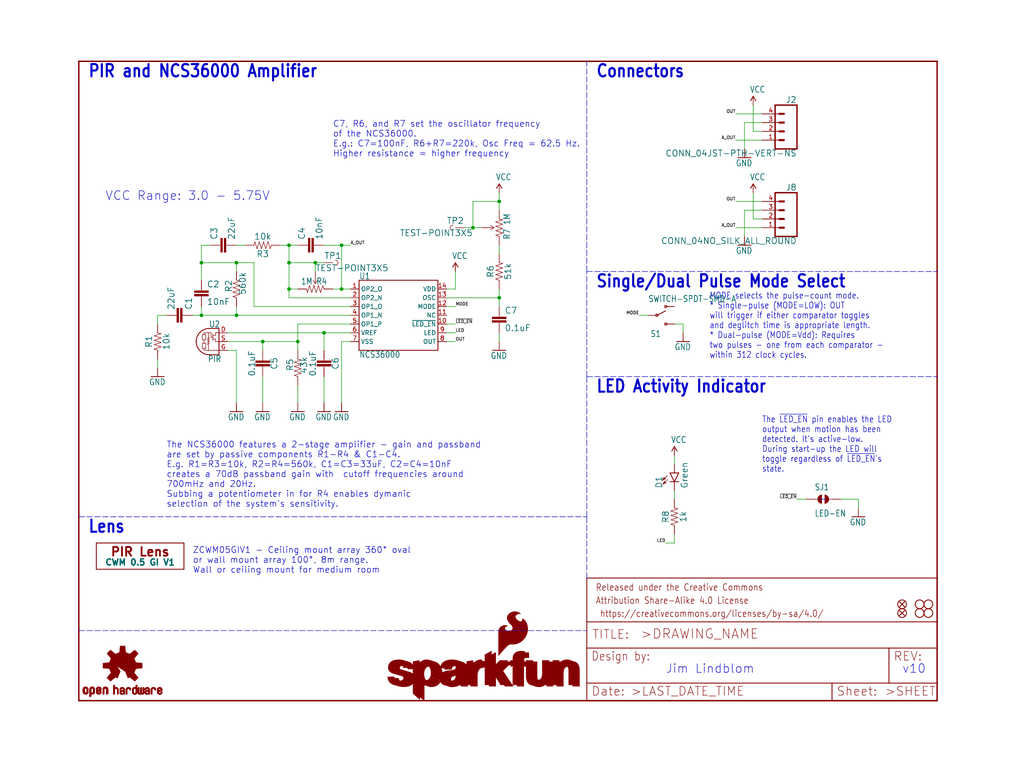
<source format=kicad_sch>
(kicad_sch (version 20211123) (generator eeschema)
  (paper "User" 297.002 224.815)
  (lib_symbols
    (symbol "eagleSchem-eagle-import:0.1UF-0603-25V-(+80{slash}-20%)"
      (property "Reference" "C" (at 1.524 2.921 0))
      (property "Value" "0.1UF-0603-25V-(+80{slash}-20%)" (at 1.524 -2.159 0))
      (symbol "0.1UF-0603-25V-(+80{slash}-20%)_1_0"
        (pin passive line (at 0 5.08 270) (length 2.54) (name "1") (number "1"))
        (pin passive line (at 0 -2.54 90) (length 2.54) (name "2") (number "2"))
      )
    )
    (symbol "eagleSchem-eagle-import:10KOHM-0603-1{slash}10W-1%"
      (property "Reference" "R" (at 0 1.524 0))
      (property "Value" "10KOHM-0603-1{slash}10W-1%" (at 0 -1.524 0))
      (symbol "10KOHM-0603-1{slash}10W-1%_1_0"
        (pin passive line (at -5.08 0 0) (length 2.54) (name "1") (number "1"))
        (pin passive line (at 5.08 0 180) (length 2.54) (name "2") (number "2"))
      )
    )
    (symbol "eagleSchem-eagle-import:10NF-0603-50V-10%"
      (property "Reference" "C" (at 1.524 2.921 0))
      (property "Value" "10NF-0603-50V-10%" (at 1.524 -2.159 0))
      (symbol "10NF-0603-50V-10%_1_0"
        (pin passive line (at 0 5.08 270) (length 2.54) (name "1") (number "1"))
        (pin passive line (at 0 -2.54 90) (length 2.54) (name "2") (number "2"))
      )
    )
    (symbol "eagleSchem-eagle-import:1KOHM-0603-1{slash}10W-1%"
      (property "Reference" "R" (at 0 1.524 0))
      (property "Value" "1KOHM-0603-1{slash}10W-1%" (at 0 -1.524 0))
      (symbol "1KOHM-0603-1{slash}10W-1%_1_0"
        (pin passive line (at -5.08 0 0) (length 2.54) (name "1") (number "1"))
        (pin passive line (at 5.08 0 180) (length 2.54) (name "2") (number "2"))
      )
    )
    (symbol "eagleSchem-eagle-import:22UF-0805-6.3V-20%"
      (property "Reference" "C" (at 1.524 2.921 0))
      (property "Value" "22UF-0805-6.3V-20%" (at 1.524 -2.159 0))
      (symbol "22UF-0805-6.3V-20%_1_0"
        (pin passive line (at 0 5.08 270) (length 2.54) (name "1") (number "1"))
        (pin passive line (at 0 -2.54 90) (length 2.54) (name "2") (number "2"))
      )
    )
    (symbol "eagleSchem-eagle-import:43KOHM-0603-1{slash}10W-1%"
      (property "Reference" "R" (at 0 1.524 0))
      (property "Value" "43KOHM-0603-1{slash}10W-1%" (at 0 -1.524 0))
      (symbol "43KOHM-0603-1{slash}10W-1%_1_0"
        (pin passive line (at -5.08 0 0) (length 2.54) (name "1") (number "1"))
        (pin passive line (at 5.08 0 180) (length 2.54) (name "2") (number "2"))
      )
    )
    (symbol "eagleSchem-eagle-import:51KOHM-0603-1{slash}10W-1%"
      (property "Reference" "R" (at 0 1.524 0))
      (property "Value" "51KOHM-0603-1{slash}10W-1%" (at 0 -1.524 0))
      (symbol "51KOHM-0603-1{slash}10W-1%_1_0"
        (pin passive line (at -5.08 0 0) (length 2.54) (name "1") (number "1"))
        (pin passive line (at 5.08 0 180) (length 2.54) (name "2") (number "2"))
      )
    )
    (symbol "eagleSchem-eagle-import:560KOHM-0603-1{slash}10W-5%"
      (property "Reference" "R" (at 0 1.524 0))
      (property "Value" "560KOHM-0603-1{slash}10W-5%" (at 0 -1.524 0))
      (symbol "560KOHM-0603-1{slash}10W-5%_1_0"
        (pin passive line (at -5.08 0 0) (length 2.54) (name "1") (number "1"))
        (pin passive line (at 5.08 0 180) (length 2.54) (name "2") (number "2"))
      )
    )
    (symbol "eagleSchem-eagle-import:CONN_04JST-PTH-VERT-NS"
      (property "Reference" "J" (at -5.08 8.128 0))
      (property "Value" "CONN_04JST-PTH-VERT-NS" (at -5.08 -7.366 0))
      (symbol "CONN_04JST-PTH-VERT-NS_1_0"
        (pin passive line (at 5.08 -2.54 180) (length 5.08) (name "1") (number "1"))
        (pin passive line (at 5.08 0 180) (length 5.08) (name "2") (number "2"))
        (pin passive line (at 5.08 2.54 180) (length 5.08) (name "3") (number "3"))
        (pin passive line (at 5.08 5.08 180) (length 5.08) (name "4") (number "4"))
      )
    )
    (symbol "eagleSchem-eagle-import:CONN_04NO_SILK_ALL_ROUND"
      (property "Reference" "J" (at -5.08 8.128 0))
      (property "Value" "CONN_04NO_SILK_ALL_ROUND" (at -5.08 -7.366 0))
      (symbol "CONN_04NO_SILK_ALL_ROUND_1_0"
        (pin passive line (at 5.08 -2.54 180) (length 5.08) (name "1") (number "1"))
        (pin passive line (at 5.08 0 180) (length 5.08) (name "2") (number "2"))
        (pin passive line (at 5.08 2.54 180) (length 5.08) (name "3") (number "3"))
        (pin passive line (at 5.08 5.08 180) (length 5.08) (name "4") (number "4"))
      )
    )
    (symbol "eagleSchem-eagle-import:FIDUCIALUFIDUCIAL")
    (symbol "eagleSchem-eagle-import:FRAME-LETTER"
      (symbol "FRAME-LETTER_2_0"
        (text " https://creativecommons.org/licenses/by-sa/4.0/" (at 2.54 24.13 0) (effects (font (size 1.9304 1.6408)) (justify left bottom)))
        (text ">DRAWING_NAME" (at 15.494 17.78 0) (effects (font (size 2.7432 2.7432)) (justify left bottom)))
        (text ">LAST_DATE_TIME" (at 12.7 1.27 0) (effects (font (size 2.54 2.54)) (justify left bottom)))
        (text ">SHEET" (at 86.36 1.27 0) (effects (font (size 2.54 2.54)) (justify left bottom)))
        (text "Attribution Share-Alike 4.0 License" (at 2.54 27.94 0) (effects (font (size 1.9304 1.6408)) (justify left bottom)))
        (text "Date:" (at 1.27 1.27 0) (effects (font (size 2.54 2.54)) (justify left bottom)))
        (text "Design by:" (at 1.27 11.43 0) (effects (font (size 2.54 2.159)) (justify left bottom)))
        (text "Released under the Creative Commons" (at 2.54 31.75 0) (effects (font (size 1.9304 1.6408)) (justify left bottom)))
        (text "REV:" (at 88.9 11.43 0) (effects (font (size 2.54 2.54)) (justify left bottom)))
        (text "Sheet:" (at 72.39 1.27 0) (effects (font (size 2.54 2.54)) (justify left bottom)))
        (text "TITLE:" (at 1.524 17.78 0) (effects (font (size 2.54 2.54)) (justify left bottom)))
      )
    )
    (symbol "eagleSchem-eagle-import:GND" (power)
      (property "Value" "GND" (at -2.54 -2.54 0))
      (symbol "GND_1_0"
        (pin power_in line (at 0 2.54 270) (length 2.54) (name "GND") (number "1"))
      )
    )
    (symbol "eagleSchem-eagle-import:LED-GREEN1206-BOTTOM"
      (property "Reference" "D" (at -3.429 -4.572 90))
      (property "Value" "LED-GREEN1206-BOTTOM" (at 1.905 -4.572 90))
      (symbol "LED-GREEN1206-BOTTOM_1_0"
        (pin passive line (at 0 2.54 270) (length 2.54) (name "A") (number "A"))
        (pin passive line (at 0 -5.08 90) (length 2.54) (name "C") (number "C"))
      )
    )
    (symbol "eagleSchem-eagle-import:NCS36000"
      (property "Reference" "U" (at -12.7 10.414 0))
      (property "Value" "NCS36000" (at -12.7 -10.414 0))
      (symbol "NCS36000_1_0"
        (pin bidirectional line (at -15.24 7.62 0) (length 2.54) (name "OP2_O") (number "1"))
        (pin bidirectional line (at 12.7 -2.54 180) (length 2.54) (name "~{LED_EN}") (number "10"))
        (pin bidirectional line (at 12.7 0 180) (length 2.54) (name "NC") (number "11"))
        (pin bidirectional line (at 12.7 2.54 180) (length 2.54) (name "MODE") (number "12"))
        (pin bidirectional line (at 12.7 5.08 180) (length 2.54) (name "OSC") (number "13"))
        (pin bidirectional line (at 12.7 7.62 180) (length 2.54) (name "VDD") (number "14"))
        (pin bidirectional line (at -15.24 5.08 0) (length 2.54) (name "OP2_N") (number "2"))
        (pin bidirectional line (at -15.24 2.54 0) (length 2.54) (name "OP1_O") (number "3"))
        (pin bidirectional line (at -15.24 0 0) (length 2.54) (name "OP1_N") (number "4"))
        (pin bidirectional line (at -15.24 -2.54 0) (length 2.54) (name "OP1_P") (number "5"))
        (pin bidirectional line (at -15.24 -5.08 0) (length 2.54) (name "VREF") (number "6"))
        (pin bidirectional line (at -15.24 -7.62 0) (length 2.54) (name "VSS") (number "7"))
        (pin bidirectional line (at 12.7 -7.62 180) (length 2.54) (name "OUT") (number "8"))
        (pin bidirectional line (at 12.7 -5.08 180) (length 2.54) (name "LED") (number "9"))
      )
    )
    (symbol "eagleSchem-eagle-import:OSHW-LOGOS")
    (symbol "eagleSchem-eagle-import:PIR"
      (property "Reference" "U" (at 3.81 4.064 0))
      (property "Value" "PIR" (at 3.81 -4.064 0))
      (symbol "PIR_1_0"
        (pin bidirectional line (at 7.62 2.54 180) (length 2.54) (name "D") (number "D"))
        (pin bidirectional line (at 7.62 -2.54 180) (length 2.54) (name "G") (number "G"))
        (pin bidirectional line (at 7.62 0 180) (length 2.54) (name "S") (number "S"))
      )
    )
    (symbol "eagleSchem-eagle-import:PIR-LENSCWM-0.5-GI-V1"
      (property "Value" "PIR-LENSCWM-0.5-GI-V1" (at 0 -3.048 0))
      (symbol "PIR-LENSCWM-0.5-GI-V1_1_0"
        (text "PIR Lens" (at 0 0 0) (effects (font (size 2.54 2.54) (thickness 0.508) bold)))
      )
    )
    (symbol "eagleSchem-eagle-import:SFE_LOGO_NAME.1_INCH")
    (symbol "eagleSchem-eagle-import:SFE_LOGO_NAME_FLAME.1_INCH")
    (symbol "eagleSchem-eagle-import:SOLDERJUMPERNC"
      (property "Reference" "SJ" (at -2.54 2.54 0))
      (property "Value" "SOLDERJUMPERNC" (at -2.54 -5.08 0))
      (symbol "SOLDERJUMPERNC_1_0"
        (pin passive line (at -5.08 0 0) (length 2.54) (name "1") (number "1"))
        (pin passive line (at 5.08 0 180) (length 2.54) (name "2") (number "2"))
      )
    )
    (symbol "eagleSchem-eagle-import:STAND-OFF")
    (symbol "eagleSchem-eagle-import:SWITCH-SPDT-SMD-A"
      (property "Reference" "S" (at -1.905 -6.35 0))
      (property "Value" "SWITCH-SPDT-SMD-A" (at -2.54 3.81 0))
      (symbol "SWITCH-SPDT-SMD-A_1_0"
        (pin passive line (at 5.08 2.54 180) (length 2.54) (name "O") (number "1"))
        (pin passive line (at -2.54 0 0) (length 2.54) (name "P") (number "2"))
        (pin passive line (at 5.08 -2.54 180) (length 2.54) (name "S") (number "3"))
      )
    )
    (symbol "eagleSchem-eagle-import:TEST-POINT3X5"
      (property "Reference" "TP" (at -2.54 2.54 0))
      (property "Value" "TEST-POINT3X5" (at -2.54 -2.54 0))
      (symbol "TEST-POINT3X5_1_0"
        (pin bidirectional line (at 0 0 180) (length 0) (name "1") (number "P$1"))
      )
    )
    (symbol "eagleSchem-eagle-import:TRIMPOTTX33X-1M"
      (property "Reference" "R" (at -11.43 1.4986 0))
      (property "Value" "TRIMPOTTX33X-1M" (at -3.81 -3.302 0))
      (symbol "TRIMPOTTX33X-1M_1_0"
        (pin passive line (at -5.08 0 0) (length 2.54) (name "CCW") (number "1"))
        (pin passive line (at 0 5.08 270) (length 2.54) (name "WIPER") (number "2"))
        (pin passive line (at 5.08 0 180) (length 2.54) (name "CW") (number "3"))
      )
    )
    (symbol "eagleSchem-eagle-import:VCC" (power)
      (property "Value" "VCC" (at -1.016 3.556 0))
      (symbol "VCC_1_0"
        (pin power_in line (at 0 0 90) (length 2.54) (name "VCC") (number "1"))
      )
    )
  )
  (junction (at 76.2 99.06))
  (junction (at 83.82 83.82))
  (junction (at 58.42 76.2))
  (junction (at 99.06 83.82))
  (junction (at 68.58 76.2))
  (junction (at 91.44 76.2))
  (junction (at 86.36 99.06))
  (junction (at 99.06 71.12))
  (junction (at 137.16 66.04))
  (junction (at 144.78 58.42))
  (junction (at 93.98 96.52))
  (junction (at 68.58 91.44))
  (junction (at 83.82 71.12))
  (junction (at 58.42 91.44))
  (junction (at 83.82 76.2))
  (junction (at 144.78 86.36))
  (wire (pts (xy 58.42 76.2) (xy 58.42 71.12)))
  (wire (pts (xy 93.98 76.2) (xy 91.44 76.2)))
  (wire (pts (xy 96.52 83.82) (xy 99.06 83.82)))
  (wire (pts (xy 93.98 96.52) (xy 101.6 96.52)))
  (wire (pts (xy 144.78 86.36) (xy 144.78 83.82)))
  (wire (pts (xy 233.68 144.78) (xy 231.14 144.78)))
  (wire (pts (xy 129.54 88.9) (xy 132.08 88.9)))
  (wire (pts (xy 129.54 83.82) (xy 132.08 83.82)))
  (wire (pts (xy 144.78 99.06) (xy 144.78 96.52)))
  (wire (pts (xy 218.44 63.5) (xy 218.44 55.88)))
  (wire (pts (xy 68.58 76.2) (xy 68.58 78.74)))
  (wire (pts (xy 129.54 93.98) (xy 132.08 93.98)))
  (wire (pts (xy 91.44 78.74) (xy 91.44 76.2)))
  (wire (pts (xy 220.98 60.96) (xy 215.9 60.96)))
  (wire (pts (xy 220.98 38.1) (xy 218.44 38.1)))
  (wire (pts (xy 76.2 116.84) (xy 76.2 109.22)))
  (wire (pts (xy 215.9 60.96) (xy 215.9 68.58)))
  (wire (pts (xy 86.36 83.82) (xy 83.82 83.82)))
  (wire (pts (xy 86.36 99.06) (xy 86.36 93.98)))
  (polyline (pts (xy 170.18 78.74) (xy 271.78 78.74)))
  (wire (pts (xy 73.66 88.9) (xy 101.6 88.9)))
  (wire (pts (xy 144.78 73.66) (xy 144.78 71.12)))
  (polyline (pts (xy 170.18 149.86) (xy 170.18 109.22)))
  (wire (pts (xy 132.08 83.82) (xy 132.08 78.74)))
  (wire (pts (xy 198.12 93.98) (xy 198.12 96.52)))
  (wire (pts (xy 144.78 88.9) (xy 144.78 86.36)))
  (wire (pts (xy 66.04 96.52) (xy 93.98 96.52)))
  (polyline (pts (xy 22.86 149.86) (xy 170.18 149.86)))
  (wire (pts (xy 215.9 35.56) (xy 215.9 43.18)))
  (wire (pts (xy 58.42 91.44) (xy 58.42 88.9)))
  (wire (pts (xy 195.58 142.24) (xy 195.58 144.78)))
  (wire (pts (xy 45.72 106.68) (xy 45.72 104.14)))
  (wire (pts (xy 86.36 116.84) (xy 86.36 111.76)))
  (wire (pts (xy 101.6 83.82) (xy 99.06 83.82)))
  (wire (pts (xy 76.2 99.06) (xy 76.2 101.6)))
  (wire (pts (xy 220.98 63.5) (xy 218.44 63.5)))
  (wire (pts (xy 243.84 144.78) (xy 248.92 144.78)))
  (wire (pts (xy 58.42 81.28) (xy 58.42 76.2)))
  (wire (pts (xy 248.92 144.78) (xy 248.92 147.32)))
  (wire (pts (xy 129.54 86.36) (xy 144.78 86.36)))
  (wire (pts (xy 66.04 101.6) (xy 68.58 101.6)))
  (wire (pts (xy 86.36 99.06) (xy 86.36 101.6)))
  (wire (pts (xy 73.66 76.2) (xy 73.66 88.9)))
  (wire (pts (xy 83.82 86.36) (xy 101.6 86.36)))
  (wire (pts (xy 195.58 154.94) (xy 195.58 157.48)))
  (wire (pts (xy 68.58 76.2) (xy 73.66 76.2)))
  (wire (pts (xy 45.72 91.44) (xy 45.72 93.98)))
  (wire (pts (xy 187.96 91.44) (xy 185.42 91.44)))
  (wire (pts (xy 93.98 71.12) (xy 99.06 71.12)))
  (polyline (pts (xy 170.18 109.22) (xy 170.18 78.74)))
  (wire (pts (xy 58.42 76.2) (xy 68.58 76.2)))
  (wire (pts (xy 83.82 76.2) (xy 83.82 71.12)))
  (wire (pts (xy 220.98 66.04) (xy 213.36 66.04)))
  (wire (pts (xy 68.58 101.6) (xy 68.58 116.84)))
  (wire (pts (xy 195.58 157.48) (xy 193.04 157.48)))
  (wire (pts (xy 99.06 71.12) (xy 99.06 83.82)))
  (wire (pts (xy 93.98 101.6) (xy 93.98 96.52)))
  (wire (pts (xy 58.42 91.44) (xy 68.58 91.44)))
  (polyline (pts (xy 170.18 167.64) (xy 170.18 149.86)))
  (wire (pts (xy 55.88 91.44) (xy 58.42 91.44)))
  (wire (pts (xy 99.06 71.12) (xy 101.6 71.12)))
  (wire (pts (xy 86.36 93.98) (xy 101.6 93.98)))
  (wire (pts (xy 137.16 58.42) (xy 144.78 58.42)))
  (wire (pts (xy 134.62 66.04) (xy 137.16 66.04)))
  (wire (pts (xy 83.82 76.2) (xy 83.82 83.82)))
  (wire (pts (xy 137.16 66.04) (xy 137.16 58.42)))
  (wire (pts (xy 76.2 99.06) (xy 86.36 99.06)))
  (wire (pts (xy 220.98 40.64) (xy 213.36 40.64)))
  (wire (pts (xy 218.44 38.1) (xy 218.44 30.48)))
  (wire (pts (xy 129.54 96.52) (xy 132.08 96.52)))
  (wire (pts (xy 129.54 99.06) (xy 132.08 99.06)))
  (wire (pts (xy 220.98 35.56) (xy 215.9 35.56)))
  (wire (pts (xy 195.58 134.62) (xy 195.58 132.08)))
  (wire (pts (xy 93.98 116.84) (xy 93.98 109.22)))
  (wire (pts (xy 68.58 91.44) (xy 68.58 88.9)))
  (wire (pts (xy 58.42 71.12) (xy 60.96 71.12)))
  (wire (pts (xy 48.26 91.44) (xy 45.72 91.44)))
  (wire (pts (xy 68.58 91.44) (xy 101.6 91.44)))
  (wire (pts (xy 220.98 58.42) (xy 213.36 58.42)))
  (wire (pts (xy 83.82 83.82) (xy 83.82 86.36)))
  (polyline (pts (xy 22.86 182.88) (xy 170.18 182.88)))
  (polyline (pts (xy 237.744 144.78) (xy 239.776 144.78)))
  (wire (pts (xy 144.78 60.96) (xy 144.78 58.42)))
  (wire (pts (xy 139.7 66.04) (xy 137.16 66.04)))
  (wire (pts (xy 195.58 93.98) (xy 198.12 93.98)))
  (wire (pts (xy 220.98 33.02) (xy 213.36 33.02)))
  (polyline (pts (xy 170.18 109.22) (xy 271.78 109.22)))
  (wire (pts (xy 99.06 99.06) (xy 99.06 116.84)))
  (wire (pts (xy 81.28 71.12) (xy 83.82 71.12)))
  (polyline (pts (xy 170.18 78.74) (xy 170.18 17.78)))
  (wire (pts (xy 71.12 71.12) (xy 68.58 71.12)))
  (wire (pts (xy 101.6 99.06) (xy 99.06 99.06)))
  (wire (pts (xy 144.78 58.42) (xy 144.78 55.88)))
  (wire (pts (xy 66.04 99.06) (xy 76.2 99.06)))
  (wire (pts (xy 83.82 71.12) (xy 86.36 71.12)))
  (wire (pts (xy 91.44 76.2) (xy 83.82 76.2)))
  (text "ZCWM05GIV1 - Ceiling mount array 360° oval\nor wall mount array 100°, 8m range.\nWall or ceiling mount for medium room" (at 55.88 162.56 0) (effects (font (size 1.778 1.778)) (justify left)))
  (text "VCC Range: 3.0 - 5.75V" (at 30.48 58.42 180) (effects (font (size 2.54 2.54)) (justify left bottom)))
  (text "C7, R6, and R7 set the oscillator frequency\nof the NCS36000.\nE.g.: C7=100nF, R6+R7=220k, Osc Freq = 62.5 Hz.\nHigher resistance = higher frequency" (at 96.52 45.72 0) (effects (font (size 1.778 1.778)) (justify left bottom)))
  (text "v10" (at 261.62 195.58 180) (effects (font (size 2.54 2.54)) (justify left bottom)))
  (text "The ~{LED_EN} pin enables the LED\noutput when motion has been\ndetected. It's active-low.\nDuring start-up the LED will\ntoggle regardless of ~{LED_EN}'s\nstate." (at 220.98 137.16 0) (effects (font (size 1.778 1.5113)) (justify left bottom)))
  (text "Single/Dual Pulse Mode Select" (at 172.72 83.82 180) (effects (font (size 3.556 3.0226) (thickness 0.6045) bold) (justify left bottom)))
  (text "Jim Lindblom" (at 193.04 195.58 180) (effects (font (size 2.54 2.54)) (justify left bottom)))
  (text "Connectors" (at 172.72 22.86 180) (effects (font (size 3.556 3.0226) (thickness 0.6045) bold) (justify left bottom)))
  (text "Lens" (at 25.4 154.94 180) (effects (font (size 3.556 3.0226) (thickness 0.6045) bold) (justify left bottom)))
  (text "MODE selects the pulse-count mode.\n* Single-pulse (MODE=LOW): OUT\nwill trigger if either comparator toggles\nand deglitch time is appropriate length.\n* Dual-pulse (MODE=Vdd): Requires\ntwo pulses - one from each comparator -\nwithin 312 clock cycles." (at 205.74 104.14 0) (effects (font (size 1.778 1.5113)) (justify left bottom)))
  (text "PIR and NCS36000 Amplifier" (at 25.4 22.86 180) (effects (font (size 3.556 3.0226) (thickness 0.6045) bold) (justify left bottom)))
  (text "The NCS36000 features a 2-stage amplifier - gain and passband\nare set by passive components R1-R4 & C1-C4.\nE.g. R1=R3=10k, R2=R4=560k, C1=C3=33uF, C2=C4=10nF\ncreates a 70dB passband gain with  cutoff frequencies around\n700mHz and 20Hz.\nSubbing a potentiometer in for R4 enables dymanic\nselection of the system's sensitivity." (at 48.26 147.32 0) (effects (font (size 1.778 1.778)) (justify left bottom)))
  (text "LED Activity Indicator" (at 172.72 114.3 180) (effects (font (size 3.556 3.0226) (thickness 0.6045) bold) (justify left bottom)))
  (label "A_OUT" (at 213.36 66.04 180) (effects (font (size 0.889 0.889))))
  (label "OUT" (at 213.36 33.02 180) (effects (font (size 0.889 0.889))))
  (label "~{LED_EN}" (at 231.14 144.78 180) (effects (font (size 0.889 0.889))))
  (label "OUT" (at 132.08 99.06 0) (effects (font (size 0.889 0.889))))
  (label "LED" (at 132.08 96.52 0) (effects (font (size 0.889 0.889))))
  (label "MODE" (at 185.42 91.44 180) (effects (font (size 0.889 0.889))))
  (label "MODE" (at 132.08 88.9 0) (effects (font (size 0.889 0.889))))
  (label "A_OUT" (at 101.6 71.12 0) (effects (font (size 0.889 0.889))))
  (label "A_OUT" (at 213.36 40.64 180) (effects (font (size 0.889 0.889))))
  (label "OUT" (at 213.36 58.42 180) (effects (font (size 0.889 0.889))))
  (label "~{LED_EN}" (at 132.08 93.98 0) (effects (font (size 0.889 0.889))))
  (label "LED" (at 193.04 157.48 180) (effects (font (size 0.889 0.889))))
  (symbol (lib_id "eagleSchem-eagle-import:10KOHM-0603-1{slash}10W-1%") (at 76.2 71.12 180) (unit 1)
    (property "Reference" "R3" (at 76.2 72.644 0) (effects (font (size 1.778 1.778)) (justify bottom)))
    (property "Value" "10k" (at 76.2 69.596 0) (effects (font (size 1.778 1.778)) (justify top)))
    (property "Footprint" "eagleSchem:0603" (effects hide))
  )
  (symbol (lib_id "eagleSchem-eagle-import:TRIMPOTTX33X-1M") (at 91.44 83.82 0) (mirror y) (unit 1)
    (property "Reference" "R4" (at 91.694 82.55 0) (effects (font (size 1.778 1.5113)) (justify right bottom)))
    (property "Value" "1M" (at 90.678 82.55 0) (effects (font (size 1.778 1.5113)) (justify left bottom)))
    (property "Footprint" "eagleSchem:TRIMPOT-TC33X" (effects hide))
  )
  (symbol (lib_id "eagleSchem-eagle-import:VCC") (at 218.44 55.88 0) (unit 1)
    (property "Reference" "#SUPPLY5" (effects hide))
    (property "Value" "VCC" (at 217.424 52.324 0) (effects (font (size 1.778 1.5113)) (justify left bottom)))
    (property "Footprint" "eagleSchem:" (effects hide))
  )
  (symbol (lib_id "eagleSchem-eagle-import:GND") (at 93.98 119.38 0) (unit 1)
    (property "Reference" "#GND6" (effects hide))
    (property "Value" "GND" (at 91.44 121.92 0) (effects (font (size 1.778 1.5113)) (justify left bottom)))
    (property "Footprint" "eagleSchem:" (effects hide))
  )
  (symbol (lib_id "eagleSchem-eagle-import:GND") (at 76.2 119.38 0) (unit 1)
    (property "Reference" "#GND3" (effects hide))
    (property "Value" "GND" (at 73.66 121.92 0) (effects (font (size 1.778 1.5113)) (justify left bottom)))
    (property "Footprint" "eagleSchem:" (effects hide))
  )
  (symbol (lib_id "eagleSchem-eagle-import:0.1UF-0603-25V-(+80{slash}-20%)") (at 144.78 93.98 0) (unit 1)
    (property "Reference" "C7" (at 146.304 91.059 0) (effects (font (size 1.778 1.778)) (justify left bottom)))
    (property "Value" "0.1uF" (at 146.304 96.139 0) (effects (font (size 1.778 1.778)) (justify left bottom)))
    (property "Footprint" "eagleSchem:0603" (effects hide))
  )
  (symbol (lib_id "eagleSchem-eagle-import:10KOHM-0603-1{slash}10W-1%") (at 45.72 99.06 90) (unit 1)
    (property "Reference" "R1" (at 44.196 99.06 0) (effects (font (size 1.778 1.778)) (justify bottom)))
    (property "Value" "10k" (at 47.244 99.06 0) (effects (font (size 1.778 1.778)) (justify top)))
    (property "Footprint" "eagleSchem:0603" (effects hide))
  )
  (symbol (lib_id "eagleSchem-eagle-import:43KOHM-0603-1{slash}10W-1%") (at 86.36 106.68 90) (unit 1)
    (property "Reference" "R5" (at 85.1154 107.696 0) (effects (font (size 1.778 1.778)) (justify left bottom)))
    (property "Value" "43k" (at 89.154 108.458 0) (effects (font (size 1.778 1.778)) (justify left bottom)))
    (property "Footprint" "eagleSchem:0603" (effects hide))
  )
  (symbol (lib_id "eagleSchem-eagle-import:PIR") (at 58.42 99.06 0) (unit 1)
    (property "Reference" "U2" (at 62.23 94.996 0) (effects (font (size 1.778 1.5113)) (justify bottom)))
    (property "Value" "PIR" (at 62.23 103.124 0) (effects (font (size 1.778 1.5113)) (justify top)))
    (property "Footprint" "eagleSchem:PIR" (effects hide))
  )
  (symbol (lib_id "eagleSchem-eagle-import:GND") (at 215.9 71.12 0) (unit 1)
    (property "Reference" "#GND11" (effects hide))
    (property "Value" "GND" (at 213.36 73.66 0) (effects (font (size 1.778 1.5113)) (justify left bottom)))
    (property "Footprint" "eagleSchem:" (effects hide))
  )
  (symbol (lib_id "eagleSchem-eagle-import:GND") (at 144.78 101.6 0) (unit 1)
    (property "Reference" "#GND7" (effects hide))
    (property "Value" "GND" (at 142.24 104.14 0) (effects (font (size 1.778 1.5113)) (justify left bottom)))
    (property "Footprint" "eagleSchem:" (effects hide))
  )
  (symbol (lib_id "eagleSchem-eagle-import:STAND-OFF") (at 269.24 175.26 0) (unit 1)
    (property "Reference" "H3" (effects hide))
    (property "Value" "STAND-OFF" (effects hide))
    (property "Footprint" "eagleSchem:STAND-OFF" (effects hide))
  )
  (symbol (lib_id "eagleSchem-eagle-import:NCS36000") (at 116.84 91.44 0) (unit 1)
    (property "Reference" "U1" (at 104.14 81.026 0) (effects (font (size 1.778 1.5113)) (justify left bottom)))
    (property "Value" "NCS36000" (at 104.14 101.854 0) (effects (font (size 1.778 1.5113)) (justify left top)))
    (property "Footprint" "eagleSchem:SO14" (effects hide))
  )
  (symbol (lib_id "eagleSchem-eagle-import:0.1UF-0603-25V-(+80{slash}-20%)") (at 76.2 106.68 0) (unit 1)
    (property "Reference" "C5" (at 78.486 105.41 90) (effects (font (size 1.778 1.778)) (justify top)))
    (property "Value" "0.1uF" (at 74.041 105.41 90) (effects (font (size 1.778 1.778)) (justify bottom)))
    (property "Footprint" "eagleSchem:0603" (effects hide))
  )
  (symbol (lib_id "eagleSchem-eagle-import:FRAME-LETTER") (at 22.86 203.2 0) (unit 1)
    (property "Reference" "FRAME1" (effects hide))
    (property "Value" "FRAME-LETTER" (effects hide))
    (property "Footprint" "eagleSchem:CREATIVE_COMMONS" (effects hide))
  )
  (symbol (lib_id "eagleSchem-eagle-import:GND") (at 68.58 119.38 0) (unit 1)
    (property "Reference" "#GND1" (effects hide))
    (property "Value" "GND" (at 66.04 121.92 0) (effects (font (size 1.778 1.5113)) (justify left bottom)))
    (property "Footprint" "eagleSchem:" (effects hide))
  )
  (symbol (lib_id "eagleSchem-eagle-import:VCC") (at 195.58 132.08 0) (unit 1)
    (property "Reference" "#SUPPLY3" (effects hide))
    (property "Value" "VCC" (at 194.564 128.524 0) (effects (font (size 1.778 1.5113)) (justify left bottom)))
    (property "Footprint" "eagleSchem:" (effects hide))
  )
  (symbol (lib_id "eagleSchem-eagle-import:GND") (at 198.12 99.06 0) (unit 1)
    (property "Reference" "#GND9" (effects hide))
    (property "Value" "GND" (at 195.58 101.6 0) (effects (font (size 1.778 1.5113)) (justify left bottom)))
    (property "Footprint" "eagleSchem:" (effects hide))
  )
  (symbol (lib_id "eagleSchem-eagle-import:SWITCH-SPDT-SMD-A") (at 190.5 91.44 0) (unit 1)
    (property "Reference" "S1" (at 188.595 97.79 0) (effects (font (size 1.778 1.5113)) (justify left bottom)))
    (property "Value" "SWITCH-SPDT-SMD-A" (at 187.96 87.63 0) (effects (font (size 1.778 1.5113)) (justify left bottom)))
    (property "Footprint" "eagleSchem:SWITCH-SPST-SMD-A" (effects hide))
  )
  (symbol (lib_id "eagleSchem-eagle-import:GND") (at 248.92 149.86 0) (unit 1)
    (property "Reference" "#GND8" (effects hide))
    (property "Value" "GND" (at 246.38 152.4 0) (effects (font (size 1.778 1.5113)) (justify left bottom)))
    (property "Footprint" "eagleSchem:" (effects hide))
  )
  (symbol (lib_id "eagleSchem-eagle-import:22UF-0805-6.3V-20%") (at 50.8 91.44 270) (mirror x) (unit 1)
    (property "Reference" "C1" (at 53.721 89.916 0) (effects (font (size 1.778 1.778)) (justify left bottom)))
    (property "Value" "22uF" (at 48.641 89.916 0) (effects (font (size 1.778 1.778)) (justify left bottom)))
    (property "Footprint" "eagleSchem:0805" (effects hide))
  )
  (symbol (lib_id "eagleSchem-eagle-import:GND") (at 215.9 45.72 0) (unit 1)
    (property "Reference" "#GND10" (effects hide))
    (property "Value" "GND" (at 213.36 48.26 0) (effects (font (size 1.778 1.5113)) (justify left bottom)))
    (property "Footprint" "eagleSchem:" (effects hide))
  )
  (symbol (lib_id "eagleSchem-eagle-import:TRIMPOTTX33X-1M") (at 144.78 66.04 90) (unit 1)
    (property "Reference" "R7" (at 146.05 66.294 0) (effects (font (size 1.778 1.5113)) (justify right top)))
    (property "Value" "1M" (at 146.05 65.278 0) (effects (font (size 1.778 1.5113)) (justify left top)))
    (property "Footprint" "eagleSchem:TRIMPOT-TC33X" (effects hide))
  )
  (symbol (lib_id "eagleSchem-eagle-import:LED-GREEN1206-BOTTOM") (at 195.58 137.16 0) (unit 1)
    (property "Reference" "D1" (at 192.151 141.732 90) (effects (font (size 1.778 1.778)) (justify left bottom)))
    (property "Value" "Green" (at 197.485 141.732 90) (effects (font (size 1.778 1.778)) (justify left top)))
    (property "Footprint" "eagleSchem:LED-1206-BOTTOM" (effects hide))
  )
  (symbol (lib_id "eagleSchem-eagle-import:0.1UF-0603-25V-(+80{slash}-20%)") (at 93.98 106.68 0) (mirror y) (unit 1)
    (property "Reference" "C6" (at 96.266 105.41 90) (effects (font (size 1.778 1.778)) (justify bottom)))
    (property "Value" "0.1uF" (at 91.694 105.41 90) (effects (font (size 1.778 1.778)) (justify top)))
    (property "Footprint" "eagleSchem:0603" (effects hide))
  )
  (symbol (lib_id "eagleSchem-eagle-import:CONN_04JST-PTH-VERT-NS") (at 226.06 38.1 0) (mirror y) (unit 1)
    (property "Reference" "J2" (at 231.14 29.972 0) (effects (font (size 1.778 1.778)) (justify left bottom)))
    (property "Value" "CONN_04JST-PTH-VERT-NS" (at 231.14 45.466 0) (effects (font (size 1.778 1.778)) (justify left bottom)))
    (property "Footprint" "eagleSchem:JST-4-PTH-VERT-NS" (effects hide))
  )
  (symbol (lib_id "eagleSchem-eagle-import:STAND-OFF") (at 266.7 177.8 0) (unit 1)
    (property "Reference" "H2" (effects hide))
    (property "Value" "STAND-OFF" (effects hide))
    (property "Footprint" "eagleSchem:STAND-OFF" (effects hide))
  )
  (symbol (lib_id "eagleSchem-eagle-import:10NF-0603-50V-10%") (at 91.44 71.12 90) (unit 1)
    (property "Reference" "C4" (at 88.519 69.596 0) (effects (font (size 1.778 1.778)) (justify left bottom)))
    (property "Value" "10nF" (at 93.599 69.596 0) (effects (font (size 1.778 1.778)) (justify left bottom)))
    (property "Footprint" "eagleSchem:0603" (effects hide))
  )
  (symbol (lib_id "eagleSchem-eagle-import:SFE_LOGO_NAME.1_INCH") (at 111.76 203.2 0) (unit 1)
    (property "Reference" "LOGO3" (effects hide))
    (property "Value" "SFE_LOGO_NAME.1_INCH" (effects hide))
    (property "Footprint" "eagleSchem:SFE_LOGO_NAME_.1" (effects hide))
  )
  (symbol (lib_id "eagleSchem-eagle-import:SFE_LOGO_NAME_FLAME.1_INCH") (at 111.76 203.2 0) (unit 1)
    (property "Reference" "LOGO1" (effects hide))
    (property "Value" "SFE_LOGO_NAME_FLAME.1_INCH" (effects hide))
    (property "Footprint" "eagleSchem:SFE_LOGO_NAME_FLAME_.1" (effects hide))
  )
  (symbol (lib_id "eagleSchem-eagle-import:SOLDERJUMPERNC") (at 238.76 144.78 0) (unit 1)
    (property "Reference" "SJ1" (at 236.22 142.24 0) (effects (font (size 1.778 1.5113)) (justify left bottom)))
    (property "Value" "LED-EN" (at 236.22 149.86 0) (effects (font (size 1.778 1.5113)) (justify left bottom)))
    (property "Footprint" "eagleSchem:SJ_2S" (effects hide))
  )
  (symbol (lib_id "eagleSchem-eagle-import:FIDUCIALUFIDUCIAL") (at 261.62 175.26 0) (unit 1)
    (property "Reference" "FD1" (effects hide))
    (property "Value" "FIDUCIALUFIDUCIAL" (effects hide))
    (property "Footprint" "eagleSchem:MICRO-FIDUCIAL" (effects hide))
  )
  (symbol (lib_id "eagleSchem-eagle-import:STAND-OFF") (at 269.24 177.8 0) (unit 1)
    (property "Reference" "H1" (effects hide))
    (property "Value" "STAND-OFF" (effects hide))
    (property "Footprint" "eagleSchem:STAND-OFF" (effects hide))
  )
  (symbol (lib_id "eagleSchem-eagle-import:560KOHM-0603-1{slash}10W-5%") (at 68.58 83.82 90) (unit 1)
    (property "Reference" "R2" (at 67.3354 84.836 0) (effects (font (size 1.778 1.778)) (justify left bottom)))
    (property "Value" "560k" (at 71.374 85.598 0) (effects (font (size 1.778 1.778)) (justify left bottom)))
    (property "Footprint" "eagleSchem:0603" (effects hide))
  )
  (symbol (lib_id "eagleSchem-eagle-import:OSHW-LOGOS") (at 35.56 193.04 0) (unit 1)
    (property "Reference" "LOGO4" (effects hide))
    (property "Value" "OSHW-LOGOS" (effects hide))
    (property "Footprint" "eagleSchem:OSHW-LOGO-S" (effects hide))
  )
  (symbol (lib_id "eagleSchem-eagle-import:FIDUCIALUFIDUCIAL") (at 261.62 177.8 0) (unit 1)
    (property "Reference" "FD2" (effects hide))
    (property "Value" "FIDUCIALUFIDUCIAL" (effects hide))
    (property "Footprint" "eagleSchem:MICRO-FIDUCIAL" (effects hide))
  )
  (symbol (lib_id "eagleSchem-eagle-import:FRAME-LETTER") (at 170.18 203.2 0) (unit 2)
    (property "Reference" "FRAME1" (effects hide))
    (property "Value" "FRAME-LETTER" (effects hide))
    (property "Footprint" "eagleSchem:CREATIVE_COMMONS" (effects hide))
  )
  (symbol (lib_id "eagleSchem-eagle-import:VCC") (at 218.44 30.48 0) (unit 1)
    (property "Reference" "#SUPPLY4" (effects hide))
    (property "Value" "VCC" (at 217.424 26.924 0) (effects (font (size 1.778 1.5113)) (justify left bottom)))
    (property "Footprint" "eagleSchem:" (effects hide))
  )
  (symbol (lib_id "eagleSchem-eagle-import:VCC") (at 132.08 78.74 0) (unit 1)
    (property "Reference" "#SUPPLY1" (effects hide))
    (property "Value" "VCC" (at 131.064 75.184 0) (effects (font (size 1.778 1.5113)) (justify left bottom)))
    (property "Footprint" "eagleSchem:" (effects hide))
  )
  (symbol (lib_id "eagleSchem-eagle-import:CONN_04NO_SILK_ALL_ROUND") (at 226.06 63.5 0) (mirror y) (unit 1)
    (property "Reference" "J8" (at 231.14 55.372 0) (effects (font (size 1.778 1.778)) (justify left bottom)))
    (property "Value" "CONN_04NO_SILK_ALL_ROUND" (at 231.14 70.866 0) (effects (font (size 1.778 1.778)) (justify left bottom)))
    (property "Footprint" "eagleSchem:1X04_NO_SILK_ALL_ROUND" (effects hide))
  )
  (symbol (lib_id "eagleSchem-eagle-import:51KOHM-0603-1{slash}10W-1%") (at 144.78 78.74 90) (unit 1)
    (property "Reference" "R6" (at 143.256 78.74 0) (effects (font (size 1.778 1.778)) (justify bottom)))
    (property "Value" "51k" (at 146.304 78.74 0) (effects (font (size 1.778 1.778)) (justify top)))
    (property "Footprint" "eagleSchem:0603" (effects hide))
  )
  (symbol (lib_id "eagleSchem-eagle-import:22UF-0805-6.3V-20%") (at 66.04 71.12 90) (unit 1)
    (property "Reference" "C3" (at 63.119 69.596 0) (effects (font (size 1.778 1.778)) (justify left bottom)))
    (property "Value" "22uF" (at 68.199 69.596 0) (effects (font (size 1.778 1.778)) (justify left bottom)))
    (property "Footprint" "eagleSchem:0805" (effects hide))
  )
  (symbol (lib_id "eagleSchem-eagle-import:TEST-POINT3X5") (at 93.98 76.2 0) (unit 1)
    (property "Reference" "TP1" (at 93.98 75.184 0) (effects (font (size 1.778 1.778)) (justify left bottom)))
    (property "Value" "TEST-POINT3X5" (at 91.44 78.74 0) (effects (font (size 1.778 1.778)) (justify left bottom)))
    (property "Footprint" "eagleSchem:PAD.03X.05" (effects hide))
  )
  (symbol (lib_id "eagleSchem-eagle-import:GND") (at 86.36 119.38 0) (unit 1)
    (property "Reference" "#GND5" (effects hide))
    (property "Value" "GND" (at 83.82 121.92 0) (effects (font (size 1.778 1.5113)) (justify left bottom)))
    (property "Footprint" "eagleSchem:" (effects hide))
  )
  (symbol (lib_id "eagleSchem-eagle-import:GND") (at 99.06 119.38 0) (unit 1)
    (property "Reference" "#GND4" (effects hide))
    (property "Value" "GND" (at 96.52 121.92 0) (effects (font (size 1.778 1.5113)) (justify left bottom)))
    (property "Footprint" "eagleSchem:" (effects hide))
  )
  (symbol (lib_id "eagleSchem-eagle-import:GND") (at 45.72 109.22 0) (unit 1)
    (property "Reference" "#GND2" (effects hide))
    (property "Value" "GND" (at 43.18 111.76 0) (effects (font (size 1.778 1.5113)) (justify left bottom)))
    (property "Footprint" "eagleSchem:" (effects hide))
  )
  (symbol (lib_id "eagleSchem-eagle-import:10NF-0603-50V-10%") (at 58.42 86.36 0) (unit 1)
    (property "Reference" "C2" (at 59.944 83.439 0) (effects (font (size 1.778 1.778)) (justify left bottom)))
    (property "Value" "10nF" (at 59.944 88.519 0) (effects (font (size 1.778 1.778)) (justify left bottom)))
    (property "Footprint" "eagleSchem:0603" (effects hide))
  )
  (symbol (lib_id "eagleSchem-eagle-import:PIR-LENSCWM-0.5-GI-V1") (at 40.64 160.02 0) (unit 1)
    (property "Reference" "U$1" (effects hide))
    (property "Value" "CWM 0.5 GI V1" (at 40.64 163.068 0) (effects (font (size 1.778 1.778) bold)))
    (property "Footprint" "eagleSchem:LENS-CWM-0.5-GI-V1" (effects hide))
  )
  (symbol (lib_id "eagleSchem-eagle-import:VCC") (at 144.78 55.88 0) (unit 1)
    (property "Reference" "#SUPPLY2" (effects hide))
    (property "Value" "VCC" (at 143.764 52.324 0) (effects (font (size 1.778 1.5113)) (justify left bottom)))
    (property "Footprint" "eagleSchem:" (effects hide))
  )
  (symbol (lib_id "eagleSchem-eagle-import:STAND-OFF") (at 266.7 175.26 0) (unit 1)
    (property "Reference" "H4" (effects hide))
    (property "Value" "STAND-OFF" (effects hide))
    (property "Footprint" "eagleSchem:STAND-OFF" (effects hide))
  )
  (symbol (lib_id "eagleSchem-eagle-import:1KOHM-0603-1{slash}10W-1%") (at 195.58 149.86 90) (unit 1)
    (property "Reference" "R8" (at 194.056 149.86 0) (effects (font (size 1.778 1.778)) (justify bottom)))
    (property "Value" "1k" (at 197.104 149.86 0) (effects (font (size 1.778 1.778)) (justify top)))
    (property "Footprint" "eagleSchem:0603" (effects hide))
  )
  (symbol (lib_id "eagleSchem-eagle-import:TEST-POINT3X5") (at 134.62 66.04 0) (mirror y) (unit 1)
    (property "Reference" "TP2" (at 134.62 65.024 0) (effects (font (size 1.778 1.778)) (justify left bottom)))
    (property "Value" "TEST-POINT3X5" (at 137.16 68.58 0) (effects (font (size 1.778 1.778)) (justify left bottom)))
    (property "Footprint" "eagleSchem:PAD.03X.05" (effects hide))
  )
)
</source>
